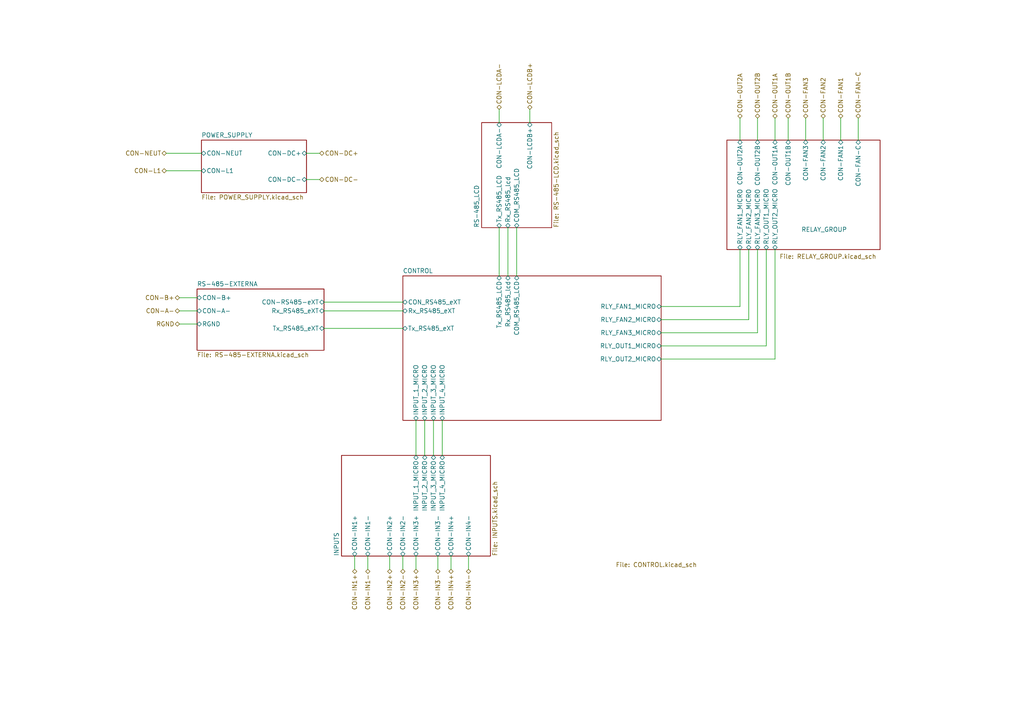
<source format=kicad_sch>
(kicad_sch (version 20230121) (generator eeschema)
  (paper "A4")
  (lib_symbols)
  (wire (pts (xy 120.65 121.92) (xy 120.65 132.08)))
  (wire (pts (xy 219.71 96.52) (xy 219.71 72.39)))
  (wire (pts (xy 191.77 100.33) (xy 222.25 100.33)))
  (wire (pts (xy 123.19 121.92) (xy 123.19 132.08)))
  (wire (pts (xy 228.6 40.64) (xy 228.6 34.29)))
  (wire (pts (xy 217.17 92.71) (xy 217.17 72.39)))
  (wire (pts (xy 135.89 165.1) (xy 135.89 161.29)))
  (wire (pts (xy 52.07 90.17) (xy 57.15 90.17)))
  (wire (pts (xy 149.86 66.04) (xy 149.86 80.01)))
  (wire (pts (xy 120.65 165.1) (xy 120.65 161.29)))
  (wire (pts (xy 102.87 165.1) (xy 102.87 161.29)))
  (wire (pts (xy 88.9 44.45) (xy 92.71 44.45)))
  (wire (pts (xy 214.63 88.9) (xy 214.63 72.39)))
  (wire (pts (xy 144.78 31.75) (xy 144.78 35.56)))
  (wire (pts (xy 191.77 104.14) (xy 224.79 104.14)))
  (wire (pts (xy 116.84 165.1) (xy 116.84 161.29)))
  (wire (pts (xy 219.71 40.64) (xy 219.71 34.29)))
  (wire (pts (xy 48.26 49.53) (xy 58.42 49.53)))
  (wire (pts (xy 48.26 44.45) (xy 58.42 44.45)))
  (wire (pts (xy 224.79 40.64) (xy 224.79 34.29)))
  (wire (pts (xy 233.68 40.64) (xy 233.68 34.29)))
  (wire (pts (xy 125.73 121.92) (xy 125.73 132.08)))
  (wire (pts (xy 238.76 40.64) (xy 238.76 34.29)))
  (wire (pts (xy 52.07 93.98) (xy 57.15 93.98)))
  (wire (pts (xy 222.25 100.33) (xy 222.25 72.39)))
  (wire (pts (xy 52.07 86.36) (xy 57.15 86.36)))
  (wire (pts (xy 128.27 121.92) (xy 128.27 132.08)))
  (wire (pts (xy 144.78 66.04) (xy 144.78 80.01)))
  (wire (pts (xy 93.98 87.63) (xy 116.84 87.63)))
  (wire (pts (xy 127 165.1) (xy 127 161.29)))
  (wire (pts (xy 191.77 96.52) (xy 219.71 96.52)))
  (wire (pts (xy 93.98 95.25) (xy 116.84 95.25)))
  (wire (pts (xy 224.79 104.14) (xy 224.79 72.39)))
  (wire (pts (xy 130.81 165.1) (xy 130.81 161.29)))
  (wire (pts (xy 191.77 88.9) (xy 214.63 88.9)))
  (wire (pts (xy 147.32 66.04) (xy 147.32 80.01)))
  (wire (pts (xy 93.98 90.17) (xy 116.84 90.17)))
  (wire (pts (xy 106.68 165.1) (xy 106.68 161.29)))
  (wire (pts (xy 191.77 92.71) (xy 217.17 92.71)))
  (wire (pts (xy 113.03 165.1) (xy 113.03 161.29)))
  (wire (pts (xy 214.63 40.64) (xy 214.63 34.29)))
  (wire (pts (xy 248.92 40.64) (xy 248.92 34.29)))
  (wire (pts (xy 243.84 40.64) (xy 243.84 34.29)))
  (wire (pts (xy 153.67 31.75) (xy 153.67 35.56)))
  (wire (pts (xy 88.9 52.07) (xy 92.71 52.07)))
  (hierarchical_label "CON-IN3-" (shape bidirectional) (at 127 165.1 270))
  (hierarchical_label "CON-L1" (shape bidirectional) (at 48.26 49.53 180))
  (hierarchical_label "CON-B+" (shape bidirectional) (at 52.07 86.36 180))
  (hierarchical_label "CON-IN4+" (shape bidirectional) (at 130.81 165.1 270))
  (hierarchical_label "CON-IN1-" (shape bidirectional) (at 106.68 165.1 270))
  (hierarchical_label "CON-OUT1B" (shape bidirectional) (at 228.6 34.29 90))
  (hierarchical_label "CON-FAN2" (shape bidirectional) (at 238.76 34.29 90))
  (hierarchical_label "CON-NEUT" (shape bidirectional) (at 48.26 44.45 180))
  (hierarchical_label "RGND" (shape bidirectional) (at 52.07 93.98 180))
  (hierarchical_label "CON-DC+" (shape bidirectional) (at 92.71 44.45 0))
  (hierarchical_label "CON-DC-" (shape bidirectional) (at 92.71 52.07 0))
  (hierarchical_label "CON-OUT1A" (shape bidirectional) (at 224.79 34.29 90))
  (hierarchical_label "CON-OUT2B" (shape bidirectional) (at 219.71 34.29 90))
  (hierarchical_label "CON-IN3+" (shape bidirectional) (at 120.65 165.1 270))
  (hierarchical_label "CON-LCDB+" (shape bidirectional) (at 153.67 31.75 90))
  (hierarchical_label "CON-LCDA-" (shape bidirectional) (at 144.78 31.75 90))
  (hierarchical_label "CON-FAN3" (shape bidirectional) (at 233.68 34.29 90))
  (hierarchical_label "CON-IN1+" (shape bidirectional) (at 102.87 165.1 270))
  (hierarchical_label "CON-IN4-" (shape bidirectional) (at 135.89 165.1 270))
  (hierarchical_label "CON-FAN-C" (shape bidirectional) (at 248.92 34.29 90))
  (hierarchical_label "CON-A-" (shape bidirectional) (at 52.07 90.17 180))
  (hierarchical_label "CON-IN2+" (shape bidirectional) (at 113.03 165.1 270))
  (hierarchical_label "CON-FAN1" (shape bidirectional) (at 243.84 34.29 90))
  (hierarchical_label "CON-OUT2A" (shape bidirectional) (at 214.63 34.29 90))
  (hierarchical_label "CON-IN2-" (shape bidirectional) (at 116.84 165.1 270))
  (sheet (at 116.84 80.01) (size 74.93 41.91) (stroke (width 0.1524))
    (property "Sheetname" "CONTROL" (at 116.84 79.2984 0) (effects (justify left bottom)))
    (property "Sheetfile" "CONTROL.kicad_sch" (at 178.562 163.068 0) (effects (justify left top)))
    (pin "Rx_RS485_eXT" bidirectional (at 116.84 90.17 180))
    (pin "CON_RS485_eXT" bidirectional (at 116.84 87.63 180))
    (pin "Tx_RS485_eXT" bidirectional (at 116.84 95.25 180))
    (pin "INPUT_1_MICRO" bidirectional (at 120.65 121.92 270))
    (pin "INPUT_2_MICRO" bidirectional (at 123.19 121.92 270))
    (pin "INPUT_3_MICRO" bidirectional (at 125.73 121.92 270))
    (pin "INPUT_4_MICRO" bidirectional (at 128.27 121.92 270))
    (pin "Tx_RS485_LCD" bidirectional (at 144.78 80.01 90))
    (pin "Rx_RS485_lcd" bidirectional (at 147.32 80.01 90))
    (pin "COM_RS485_LCD" bidirectional (at 149.86 80.01 90))
    (pin "RLY_FAN1_MICRO" bidirectional (at 191.77 88.9 0))
    (pin "RLY_FAN2_MICRO" bidirectional (at 191.77 92.71 0))
    (pin "RLY_FAN3_MICRO" bidirectional (at 191.77 96.52 0))
    (pin "RLY_OUT1_MICRO" bidirectional (at 191.77 100.33 0))
    (pin "RLY_OUT2_MICRO" bidirectional (at 191.77 104.14 0))
  )
  (sheet (at 139.7 35.56) (size 20.32 30.48) (stroke (width 0.1524))
    (property "Sheetname" "RS-485_LCD" (at 138.9884 66.04 90) (effects (justify left bottom)))
    (property "Sheetfile" "RS-485-LCD.kicad_sch" (at 160.6046 66.04 90) (effects (justify left top)))
    (pin "Tx_RS485_LCD" bidirectional (at 144.78 66.04 270))
    (pin "Rx_RS485_lcd" bidirectional (at 147.32 66.04 270))
    (pin "COM_RS485_LCD" bidirectional (at 149.86 66.04 270))
    (pin "CON-LCDA-" bidirectional (at 144.78 35.56 90))
    (pin "CON-LCDB+" bidirectional (at 153.67 35.56 90))
  )
  (sheet (at 57.15 83.82) (size 36.83 17.78) (stroke (width 0.1524))
    (property "Sheetname" "RS-485-EXTERNA" (at 57.15 83.1084 0) (effects (justify left bottom)))
    (property "Sheetfile" "RS-485-EXTERNA.kicad_sch" (at 57.15 102.1846 0) (effects (justify left top)))
    (pin "CON-B+" bidirectional (at 57.15 86.36 180))
    (pin "CON-A-" bidirectional (at 57.15 90.17 180))
    (pin "RGND" bidirectional (at 57.15 93.98 180))
    (pin "CON-RS485-eXT" bidirectional (at 93.98 87.63 0))
    (pin "Rx_RS485_eXT" bidirectional (at 93.98 90.17 0))
    (pin "Tx_RS485_eXT" bidirectional (at 93.98 95.25 0))
  )
  (sheet (at 58.42 40.64) (size 30.48 15.24) (stroke (width 0.1524))
    (property "Sheetname" "POWER_SUPPLY" (at 58.42 39.9284 0) (effects (justify left bottom)))
    (property "Sheetfile" "POWER_SUPPLY.kicad_sch" (at 58.42 56.4646 0) (effects (justify left top)))
    (pin "CON-NEUT" bidirectional (at 58.42 44.45 180))
    (pin "CON-L1" bidirectional (at 58.42 49.53 180))
    (pin "CON-DC+" bidirectional (at 88.9 44.45 0))
    (pin "CON-DC-" bidirectional (at 88.9 52.07 0))
  )
  (sheet (at 210.82 40.64) (size 44.45 31.75) (stroke (width 0.1524))
    (property "Sheetname" "RELAY_GROUP" (at 232.41 67.31 0) (effects (justify left bottom)))
    (property "Sheetfile" "RELAY_GROUP.kicad_sch" (at 226.06 73.66 0) (effects (justify left top)))
    (pin "RLY_FAN1_MICRO" bidirectional (at 214.63 72.39 270))
    (pin "RLY_FAN2_MICRO" bidirectional (at 217.17 72.39 270))
    (pin "RLY_FAN3_MICRO" bidirectional (at 219.71 72.39 270))
    (pin "RLY_OUT1_MICRO" bidirectional (at 222.25 72.39 270))
    (pin "RLY_OUT2_MICRO" bidirectional (at 224.79 72.39 270))
    (pin "CON-OUT2A" bidirectional (at 214.63 40.64 90))
    (pin "CON-OUT2B" bidirectional (at 219.71 40.64 90))
    (pin "CON-OUT1A" bidirectional (at 224.79 40.64 90))
    (pin "CON-OUT1B" bidirectional (at 228.6 40.64 90))
    (pin "CON-FAN3" bidirectional (at 233.68 40.64 90))
    (pin "CON-FAN2" bidirectional (at 238.76 40.64 90))
    (pin "CON-FAN1" bidirectional (at 243.84 40.64 90))
    (pin "CON-FAN-C" bidirectional (at 248.92 40.64 90))
  )
  (sheet (at 99.06 132.08) (size 43.18 29.21) (stroke (width 0.1524))
    (property "Sheetname" "INPUTS" (at 98.3484 161.29 90) (effects (justify left bottom)))
    (property "Sheetfile" "INPUTS.kicad_sch" (at 142.8246 161.29 90) (effects (justify left top)))
    (pin "CON-IN3+" bidirectional (at 120.65 161.29 270))
    (pin "CON-IN2-" bidirectional (at 116.84 161.29 270))
    (pin "CON-IN2+" bidirectional (at 113.03 161.29 270))
    (pin "CON-IN1-" bidirectional (at 106.68 161.29 270))
    (pin "CON-IN1+" bidirectional (at 102.87 161.29 270))
    (pin "CON-IN3-" bidirectional (at 127 161.29 270))
    (pin "CON-IN4-" bidirectional (at 135.89 161.29 270))
    (pin "CON-IN4+" bidirectional (at 130.81 161.29 270))
    (pin "INPUT_1_MICRO" bidirectional (at 120.65 132.08 90))
    (pin "INPUT_2_MICRO" bidirectional (at 123.19 132.08 90))
    (pin "INPUT_3_MICRO" bidirectional (at 125.73 132.08 90))
    (pin "INPUT_4_MICRO" bidirectional (at 128.27 132.08 90))
  )
)
</source>
